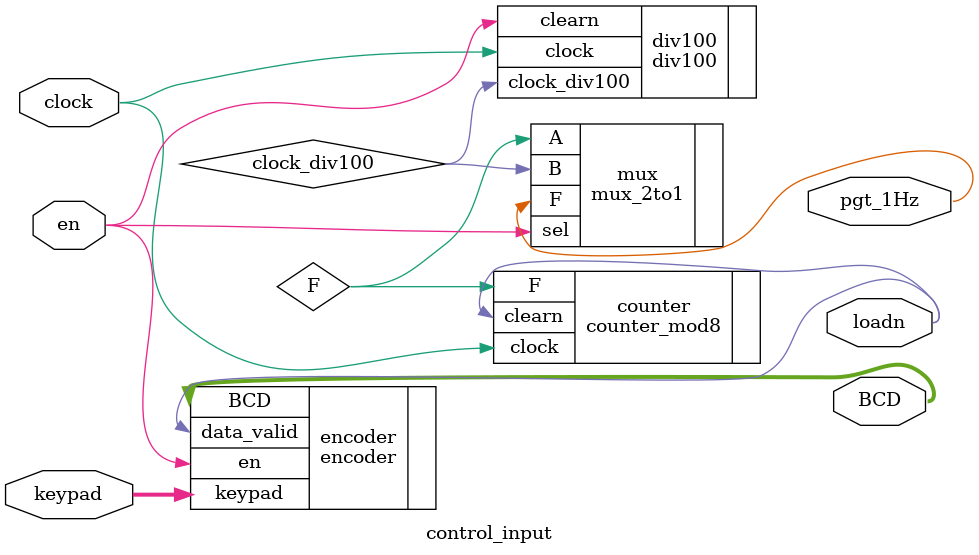
<source format=v>
`include "Control_Input/modulos_nivel3/count_mod8.v"
`include "Control_Input/modulos_nivel3/div100.v"
`include "Control_Input/modulos_nivel3/encoder.v"
`include "Control_Input/modulos_nivel3/mux_2to1.v"

module control_input (input wire [9:0] keypad,input wire clock, en,

    output wire [3:0] BCD,
    output wire loadn, pgt_1Hz);

    wire clock_div100, F;

    div100  div100(.clock(clock), .clearn(en),.clock_div100(clock_div100));

    encoder encoder(.keypad(keypad), .en(en),.BCD(BCD), .data_valid(loadn));

    counter_mod8 counter(.clearn(loadn), .clock(clock),.F(F));

    mux_2to1 mux(.sel(en), .A(F), .B(clock_div100),.F(pgt_1Hz));

endmodule

</source>
